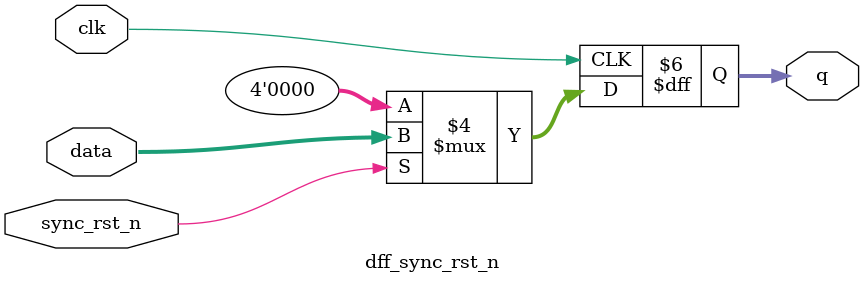
<source format=sv>
module dff_sync_rst_n
#(
    parameter int unsigned WIDTH = 4
)
(
    input logic clk,
    input logic sync_rst_n,

    input logic [WIDTH-1:0] data,

    output logic [WIDTH-1:0] q
);

always_ff @(posedge clk)
begin
    if(!sync_rst_n)
        q <= {WIDTH{1'b0}};
    else
        q <= data;
end

endmodule

</source>
